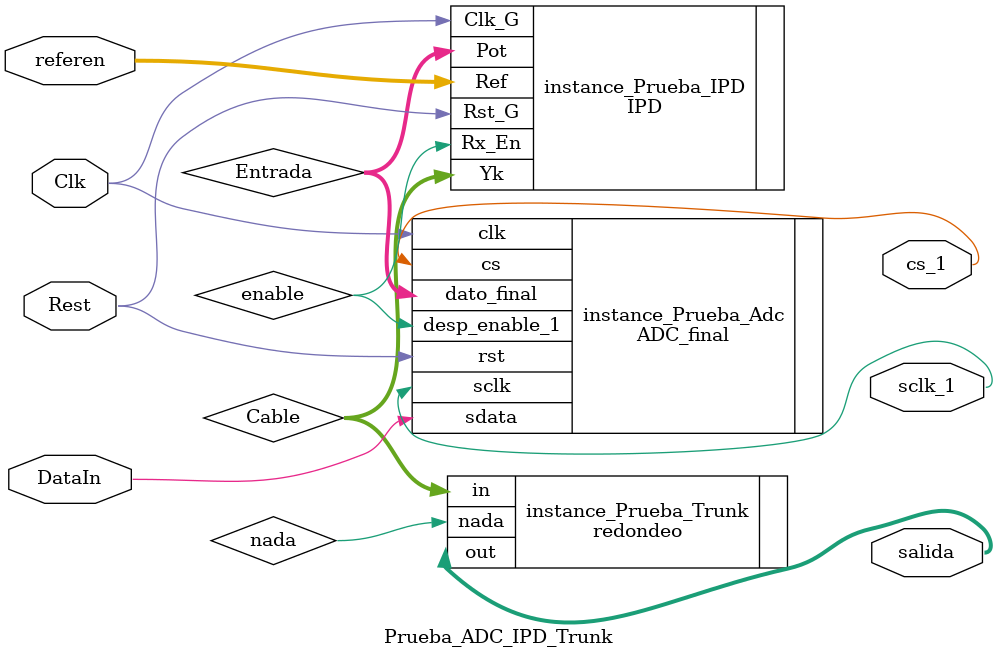
<source format=v>
`timescale 1ns / 1ps
module Prueba_ADC_IPD_Trunk#(parameter cant_bits = 16)(
	input wire Clk,Rest,
	input wire signed DataIn,
	input wire signed [cant_bits-1:0] referen,
	output wire signed [cant_bits-1:0] salida,
	output wire cs_1,sclk_1
    );

wire enable;
wire signed [2*cant_bits-1:0] Cable;
wire signed [cant_bits-1:0] Entrada;

ADC_final instance_Prueba_Adc (
    .clk(Clk), 
    .rst(Rest), 
    .sdata(DataIn), 
    .cs(cs_1), 
    .sclk(sclk_1), 
    .desp_enable_1(enable), 
    .dato_final(Entrada)
    );

IPD instance_Prueba_IPD (
    .Pot(Entrada), 
    .Ref(referen), 
    .Clk_G(Clk), 
    .Rst_G(Rest), 
    .Rx_En(enable), 
    .Yk(Cable)
    );
	 
redondeo instance_Prueba_Trunk (
    .in(Cable), 
    .out(salida), 
    .nada(nada)
    );

endmodule

</source>
